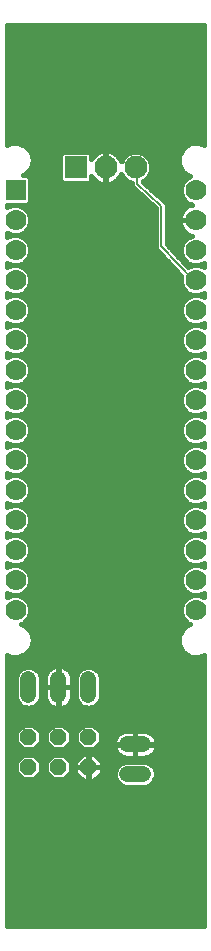
<source format=gbl>
G75*
%MOIN*%
%OFA0B0*%
%FSLAX25Y25*%
%IPPOS*%
%LPD*%
%AMOC8*
5,1,8,0,0,1.08239X$1,22.5*
%
%ADD10R,0.07000X0.07000*%
%ADD11C,0.07000*%
%ADD12R,0.07600X0.07600*%
%ADD13C,0.07600*%
%ADD14C,0.05400*%
%ADD15OC8,0.05400*%
%ADD16C,0.00800*%
%ADD17C,0.01600*%
%ADD18R,0.03762X0.03762*%
D10*
X0006800Y0249398D03*
D11*
X0006800Y0239398D03*
X0006800Y0229398D03*
X0006800Y0219398D03*
X0006800Y0209398D03*
X0006800Y0199398D03*
X0006800Y0189398D03*
X0006800Y0179398D03*
X0006800Y0169398D03*
X0006800Y0159398D03*
X0006800Y0149398D03*
X0006800Y0139398D03*
X0006800Y0129398D03*
X0006800Y0119398D03*
X0006800Y0109398D03*
X0066800Y0109398D03*
X0066800Y0119398D03*
X0066800Y0129398D03*
X0066800Y0139398D03*
X0066800Y0149398D03*
X0066800Y0159398D03*
X0066800Y0169398D03*
X0066800Y0179398D03*
X0066800Y0189398D03*
X0066800Y0199398D03*
X0066800Y0209398D03*
X0066800Y0219398D03*
X0066800Y0229398D03*
X0066800Y0239398D03*
X0066800Y0249398D03*
D12*
X0026839Y0256918D03*
D13*
X0036839Y0256918D03*
X0046839Y0256918D03*
D14*
X0031091Y0086390D02*
X0031091Y0080990D01*
X0021091Y0080990D02*
X0021091Y0086390D01*
X0011091Y0086390D02*
X0011091Y0080990D01*
X0043982Y0064674D02*
X0049382Y0064674D01*
X0049382Y0054674D02*
X0043982Y0054674D01*
D15*
X0031091Y0057036D03*
X0031091Y0067036D03*
X0021091Y0067036D03*
X0021091Y0057036D03*
X0011091Y0057036D03*
X0011091Y0067036D03*
D16*
X0066600Y0218600D02*
X0055387Y0230600D01*
X0055387Y0244200D01*
X0047400Y0251400D01*
X0047400Y0256200D01*
X0046839Y0256918D01*
X0066800Y0219398D02*
X0066600Y0218600D01*
D17*
X0004100Y0094419D02*
X0004100Y0004100D01*
X0069500Y0004100D01*
X0069500Y0094400D01*
X0067499Y0093641D01*
X0067499Y0093641D01*
X0065788Y0093848D01*
X0065696Y0093848D01*
X0065658Y0093864D01*
X0064743Y0093975D01*
X0064743Y0093975D01*
X0063773Y0094645D01*
X0063656Y0094693D01*
X0063552Y0094798D01*
X0062459Y0095552D01*
X0062459Y0095552D01*
X0062459Y0095552D01*
X0061169Y0098010D01*
X0061169Y0100786D01*
X0062459Y0103245D01*
X0062459Y0103245D01*
X0063552Y0103999D01*
X0063656Y0104103D01*
X0063773Y0104152D01*
X0064743Y0104822D01*
X0064743Y0104822D01*
X0064977Y0104850D01*
X0064024Y0105244D01*
X0062646Y0106623D01*
X0061900Y0108424D01*
X0061900Y0110373D01*
X0062646Y0112174D01*
X0064024Y0113552D01*
X0065825Y0114298D01*
X0067775Y0114298D01*
X0069500Y0113584D01*
X0069500Y0115213D01*
X0067775Y0114498D01*
X0065825Y0114498D01*
X0064024Y0115244D01*
X0062646Y0116623D01*
X0061900Y0118424D01*
X0061900Y0120373D01*
X0062646Y0122174D01*
X0064024Y0123552D01*
X0065825Y0124298D01*
X0067775Y0124298D01*
X0069500Y0123584D01*
X0069500Y0125213D01*
X0067775Y0124498D01*
X0065825Y0124498D01*
X0064024Y0125244D01*
X0062646Y0126623D01*
X0061900Y0128424D01*
X0061900Y0130373D01*
X0062646Y0132174D01*
X0064024Y0133552D01*
X0065825Y0134298D01*
X0067775Y0134298D01*
X0069500Y0133584D01*
X0069500Y0135213D01*
X0067775Y0134498D01*
X0065825Y0134498D01*
X0064024Y0135244D01*
X0062646Y0136623D01*
X0061900Y0138424D01*
X0061900Y0140373D01*
X0062646Y0142174D01*
X0064024Y0143552D01*
X0065825Y0144298D01*
X0067775Y0144298D01*
X0069500Y0143584D01*
X0069500Y0145213D01*
X0067775Y0144498D01*
X0065825Y0144498D01*
X0064024Y0145244D01*
X0062646Y0146623D01*
X0061900Y0148424D01*
X0061900Y0150373D01*
X0062646Y0152174D01*
X0064024Y0153552D01*
X0065825Y0154298D01*
X0067775Y0154298D01*
X0069500Y0153584D01*
X0069500Y0155213D01*
X0067775Y0154498D01*
X0065825Y0154498D01*
X0064024Y0155244D01*
X0062646Y0156623D01*
X0061900Y0158424D01*
X0061900Y0160373D01*
X0062646Y0162174D01*
X0064024Y0163552D01*
X0065825Y0164298D01*
X0067775Y0164298D01*
X0069500Y0163584D01*
X0069500Y0165213D01*
X0067775Y0164498D01*
X0065825Y0164498D01*
X0064024Y0165244D01*
X0062646Y0166623D01*
X0061900Y0168424D01*
X0061900Y0170373D01*
X0062646Y0172174D01*
X0064024Y0173552D01*
X0065825Y0174298D01*
X0067775Y0174298D01*
X0069500Y0173584D01*
X0069500Y0175213D01*
X0067775Y0174498D01*
X0065825Y0174498D01*
X0064024Y0175244D01*
X0062646Y0176623D01*
X0061900Y0178424D01*
X0061900Y0180373D01*
X0062646Y0182174D01*
X0064024Y0183552D01*
X0065825Y0184298D01*
X0067775Y0184298D01*
X0069500Y0183584D01*
X0069500Y0185213D01*
X0067775Y0184498D01*
X0065825Y0184498D01*
X0064024Y0185244D01*
X0062646Y0186623D01*
X0061900Y0188424D01*
X0061900Y0190373D01*
X0062646Y0192174D01*
X0064024Y0193552D01*
X0065825Y0194298D01*
X0067775Y0194298D01*
X0069500Y0193584D01*
X0069500Y0195213D01*
X0067775Y0194498D01*
X0065825Y0194498D01*
X0064024Y0195244D01*
X0062646Y0196623D01*
X0061900Y0198424D01*
X0061900Y0200373D01*
X0062646Y0202174D01*
X0064024Y0203552D01*
X0065825Y0204298D01*
X0067775Y0204298D01*
X0069500Y0203584D01*
X0069500Y0205213D01*
X0067775Y0204498D01*
X0065825Y0204498D01*
X0064024Y0205244D01*
X0062646Y0206623D01*
X0061900Y0208424D01*
X0061900Y0210373D01*
X0062646Y0212174D01*
X0064024Y0213552D01*
X0065825Y0214298D01*
X0067775Y0214298D01*
X0069500Y0213584D01*
X0069500Y0215213D01*
X0067775Y0214498D01*
X0065825Y0214498D01*
X0064024Y0215244D01*
X0062646Y0216623D01*
X0061900Y0218424D01*
X0061900Y0220373D01*
X0062078Y0220803D01*
X0054093Y0229349D01*
X0053587Y0229854D01*
X0053587Y0229890D01*
X0053563Y0229916D01*
X0053587Y0230630D01*
X0053587Y0243399D01*
X0046708Y0249600D01*
X0046654Y0249600D01*
X0046160Y0250094D01*
X0045641Y0250562D01*
X0045638Y0250616D01*
X0045600Y0250654D01*
X0045600Y0251353D01*
X0045576Y0251813D01*
X0043894Y0252510D01*
X0042431Y0253973D01*
X0042061Y0254866D01*
X0042029Y0254768D01*
X0041629Y0253983D01*
X0041111Y0253270D01*
X0040488Y0252647D01*
X0039774Y0252129D01*
X0038989Y0251728D01*
X0038151Y0251456D01*
X0037280Y0251318D01*
X0037039Y0251318D01*
X0037039Y0256718D01*
X0036639Y0256718D01*
X0036639Y0251318D01*
X0036399Y0251318D01*
X0035528Y0251456D01*
X0034690Y0251728D01*
X0033904Y0252129D01*
X0033191Y0252647D01*
X0032568Y0253270D01*
X0032050Y0253983D01*
X0032039Y0254004D01*
X0032039Y0252538D01*
X0031219Y0251718D01*
X0022459Y0251718D01*
X0021639Y0252538D01*
X0021639Y0261298D01*
X0022459Y0262118D01*
X0031219Y0262118D01*
X0032039Y0261298D01*
X0032039Y0259833D01*
X0032050Y0259853D01*
X0032568Y0260566D01*
X0033191Y0261190D01*
X0033904Y0261708D01*
X0034690Y0262108D01*
X0035528Y0262380D01*
X0036399Y0262518D01*
X0036639Y0262518D01*
X0036639Y0257118D01*
X0037039Y0257118D01*
X0037039Y0262518D01*
X0037280Y0262518D01*
X0038151Y0262380D01*
X0038989Y0262108D01*
X0039774Y0261708D01*
X0040488Y0261190D01*
X0041111Y0260566D01*
X0041629Y0259853D01*
X0042029Y0259068D01*
X0042061Y0258970D01*
X0042431Y0259864D01*
X0043894Y0261326D01*
X0045805Y0262118D01*
X0047874Y0262118D01*
X0049785Y0261326D01*
X0051248Y0259864D01*
X0052039Y0257952D01*
X0052039Y0255884D01*
X0051248Y0253973D01*
X0049785Y0252510D01*
X0049200Y0252267D01*
X0049200Y0252201D01*
X0056079Y0246000D01*
X0056133Y0246000D01*
X0056627Y0245506D01*
X0057146Y0245038D01*
X0057149Y0244984D01*
X0057187Y0244946D01*
X0057187Y0244247D01*
X0057224Y0243549D01*
X0057187Y0243508D01*
X0057187Y0231310D01*
X0064321Y0223675D01*
X0065825Y0224298D01*
X0067775Y0224298D01*
X0069500Y0223584D01*
X0069500Y0225213D01*
X0067775Y0224498D01*
X0065825Y0224498D01*
X0064024Y0225244D01*
X0062646Y0226623D01*
X0061900Y0228424D01*
X0061900Y0230373D01*
X0062646Y0232174D01*
X0064024Y0233552D01*
X0065630Y0234218D01*
X0065559Y0234229D01*
X0064766Y0234487D01*
X0064022Y0234865D01*
X0063347Y0235356D01*
X0062757Y0235946D01*
X0062267Y0236621D01*
X0061888Y0237364D01*
X0061630Y0238157D01*
X0061500Y0238981D01*
X0061500Y0239298D01*
X0066700Y0239298D01*
X0066700Y0239498D01*
X0061500Y0239498D01*
X0061500Y0239816D01*
X0061630Y0240640D01*
X0061888Y0241433D01*
X0062267Y0242176D01*
X0062757Y0242851D01*
X0063347Y0243441D01*
X0064022Y0243931D01*
X0064766Y0244310D01*
X0065559Y0244568D01*
X0065630Y0244579D01*
X0064024Y0245244D01*
X0062646Y0246623D01*
X0061900Y0248424D01*
X0061900Y0250373D01*
X0062646Y0252174D01*
X0064024Y0253552D01*
X0064977Y0253947D01*
X0064743Y0253975D01*
X0064743Y0253975D01*
X0063773Y0254645D01*
X0063656Y0254693D01*
X0063552Y0254798D01*
X0062459Y0255552D01*
X0062459Y0255552D01*
X0062459Y0255552D01*
X0061169Y0258010D01*
X0061169Y0260786D01*
X0062459Y0263245D01*
X0062459Y0263245D01*
X0063552Y0263999D01*
X0063656Y0264103D01*
X0063773Y0264152D01*
X0064743Y0264822D01*
X0064743Y0264822D01*
X0065658Y0264933D01*
X0065696Y0264948D01*
X0065788Y0264948D01*
X0067499Y0265156D01*
X0067499Y0265156D01*
X0069500Y0264397D01*
X0069500Y0304535D01*
X0004100Y0304535D01*
X0004100Y0264377D01*
X0004743Y0264822D01*
X0005658Y0264933D01*
X0005696Y0264948D01*
X0005788Y0264948D01*
X0007499Y0265156D01*
X0007499Y0265156D01*
X0010095Y0264172D01*
X0010095Y0264172D01*
X0011936Y0262094D01*
X0011936Y0262094D01*
X0012295Y0260634D01*
X0012350Y0260502D01*
X0012350Y0260413D01*
X0012600Y0259398D01*
X0012600Y0259398D01*
X0012350Y0258384D01*
X0012350Y0258294D01*
X0012295Y0258163D01*
X0011936Y0256703D01*
X0011936Y0256703D01*
X0010095Y0254625D01*
X0010095Y0254625D01*
X0009233Y0254298D01*
X0010880Y0254298D01*
X0011700Y0253478D01*
X0011700Y0245319D01*
X0010880Y0244498D01*
X0004100Y0244498D01*
X0004100Y0243584D01*
X0005825Y0244298D01*
X0007775Y0244298D01*
X0009576Y0243552D01*
X0010954Y0242174D01*
X0011700Y0240373D01*
X0011700Y0238424D01*
X0010954Y0236623D01*
X0009576Y0235244D01*
X0007775Y0234498D01*
X0005825Y0234498D01*
X0004100Y0235213D01*
X0004100Y0233584D01*
X0004101Y0233584D01*
X0004100Y0233584D02*
X0005825Y0234298D01*
X0007775Y0234298D01*
X0009576Y0233552D01*
X0010954Y0232174D01*
X0011700Y0230373D01*
X0011700Y0228424D01*
X0010954Y0226623D01*
X0009576Y0225244D01*
X0007775Y0224498D01*
X0005825Y0224498D01*
X0004100Y0225213D01*
X0004100Y0223584D01*
X0005825Y0224298D01*
X0007775Y0224298D01*
X0009576Y0223552D01*
X0010954Y0222174D01*
X0011700Y0220373D01*
X0011700Y0218424D01*
X0010954Y0216623D01*
X0009576Y0215244D01*
X0007775Y0214498D01*
X0005825Y0214498D01*
X0004100Y0215213D01*
X0004100Y0213584D01*
X0005825Y0214298D01*
X0007775Y0214298D01*
X0009576Y0213552D01*
X0010954Y0212174D01*
X0011700Y0210373D01*
X0011700Y0208424D01*
X0010954Y0206623D01*
X0009576Y0205244D01*
X0007775Y0204498D01*
X0005825Y0204498D01*
X0004100Y0205213D01*
X0004100Y0203584D01*
X0005825Y0204298D01*
X0007775Y0204298D01*
X0009576Y0203552D01*
X0010954Y0202174D01*
X0011700Y0200373D01*
X0011700Y0198424D01*
X0010954Y0196623D01*
X0009576Y0195244D01*
X0007775Y0194498D01*
X0005825Y0194498D01*
X0004100Y0195213D01*
X0004100Y0193584D01*
X0005825Y0194298D01*
X0007775Y0194298D01*
X0009576Y0193552D01*
X0010954Y0192174D01*
X0011700Y0190373D01*
X0011700Y0188424D01*
X0010954Y0186623D01*
X0009576Y0185244D01*
X0007775Y0184498D01*
X0005825Y0184498D01*
X0004100Y0185213D01*
X0004100Y0183584D01*
X0005825Y0184298D01*
X0007775Y0184298D01*
X0009576Y0183552D01*
X0010954Y0182174D01*
X0011700Y0180373D01*
X0011700Y0178424D01*
X0010954Y0176623D01*
X0009576Y0175244D01*
X0007775Y0174498D01*
X0005825Y0174498D01*
X0004100Y0175213D01*
X0004100Y0173584D01*
X0005825Y0174298D01*
X0007775Y0174298D01*
X0009576Y0173552D01*
X0010954Y0172174D01*
X0011700Y0170373D01*
X0011700Y0168424D01*
X0010954Y0166623D01*
X0009576Y0165244D01*
X0007775Y0164498D01*
X0005825Y0164498D01*
X0004100Y0165213D01*
X0004100Y0163584D01*
X0005825Y0164298D01*
X0007775Y0164298D01*
X0009576Y0163552D01*
X0010954Y0162174D01*
X0011700Y0160373D01*
X0011700Y0158424D01*
X0010954Y0156623D01*
X0009576Y0155244D01*
X0007775Y0154498D01*
X0005825Y0154498D01*
X0004100Y0155213D01*
X0004100Y0153584D01*
X0005825Y0154298D01*
X0007775Y0154298D01*
X0009576Y0153552D01*
X0010954Y0152174D01*
X0011700Y0150373D01*
X0011700Y0148424D01*
X0010954Y0146623D01*
X0009576Y0145244D01*
X0007775Y0144498D01*
X0005825Y0144498D01*
X0004100Y0145213D01*
X0004100Y0143584D01*
X0005825Y0144298D01*
X0007775Y0144298D01*
X0009576Y0143552D01*
X0010954Y0142174D01*
X0011700Y0140373D01*
X0011700Y0138424D01*
X0010954Y0136623D01*
X0009576Y0135244D01*
X0007775Y0134498D01*
X0005825Y0134498D01*
X0004100Y0135213D01*
X0004100Y0133584D01*
X0005825Y0134298D01*
X0007775Y0134298D01*
X0009576Y0133552D01*
X0010954Y0132174D01*
X0011700Y0130373D01*
X0011700Y0128424D01*
X0010954Y0126623D01*
X0009576Y0125244D01*
X0007775Y0124498D01*
X0005825Y0124498D01*
X0004100Y0125213D01*
X0004100Y0123584D01*
X0005825Y0124298D01*
X0007775Y0124298D01*
X0009576Y0123552D01*
X0010954Y0122174D01*
X0011700Y0120373D01*
X0011700Y0118424D01*
X0010954Y0116623D01*
X0009576Y0115244D01*
X0007775Y0114498D01*
X0005825Y0114498D01*
X0004100Y0115213D01*
X0004100Y0113584D01*
X0005825Y0114298D01*
X0007775Y0114298D01*
X0009576Y0113552D01*
X0010954Y0112174D01*
X0011700Y0110373D01*
X0011700Y0108424D01*
X0010954Y0106623D01*
X0009576Y0105244D01*
X0008472Y0104787D01*
X0010095Y0104172D01*
X0010095Y0104172D01*
X0011936Y0102094D01*
X0011936Y0102094D01*
X0012295Y0100634D01*
X0012350Y0100502D01*
X0012350Y0100413D01*
X0012600Y0099398D01*
X0012350Y0098384D01*
X0012350Y0098294D01*
X0012295Y0098163D01*
X0011936Y0096703D01*
X0011936Y0096703D01*
X0010095Y0094625D01*
X0010095Y0094625D01*
X0007499Y0093641D01*
X0007499Y0093641D01*
X0005788Y0093848D01*
X0005696Y0093848D01*
X0005658Y0093864D01*
X0004743Y0093975D01*
X0004743Y0093975D01*
X0004100Y0094419D01*
X0004100Y0092915D02*
X0069500Y0092915D01*
X0069500Y0091317D02*
X0004100Y0091317D01*
X0004100Y0089718D02*
X0008621Y0089718D01*
X0008769Y0089866D02*
X0007616Y0088712D01*
X0006991Y0087205D01*
X0006991Y0080174D01*
X0007616Y0078667D01*
X0008769Y0077514D01*
X0010276Y0076890D01*
X0011907Y0076890D01*
X0013414Y0077514D01*
X0014567Y0078667D01*
X0015191Y0080174D01*
X0015191Y0087205D01*
X0014567Y0088712D01*
X0013414Y0089866D01*
X0011907Y0090490D01*
X0010276Y0090490D01*
X0008769Y0089866D01*
X0009801Y0094514D02*
X0063963Y0094514D01*
X0062165Y0096112D02*
X0011412Y0096112D01*
X0012184Y0097711D02*
X0061326Y0097711D01*
X0061169Y0099309D02*
X0012578Y0099309D01*
X0012228Y0100908D02*
X0061232Y0100908D01*
X0062071Y0102506D02*
X0011570Y0102506D01*
X0011235Y0107302D02*
X0062365Y0107302D01*
X0061900Y0108900D02*
X0011700Y0108900D01*
X0011648Y0110499D02*
X0061952Y0110499D01*
X0062614Y0112097D02*
X0010986Y0112097D01*
X0011066Y0116893D02*
X0062534Y0116893D01*
X0061900Y0118491D02*
X0011700Y0118491D01*
X0011700Y0120090D02*
X0061900Y0120090D01*
X0062445Y0121688D02*
X0011155Y0121688D01*
X0009841Y0123287D02*
X0063759Y0123287D01*
X0064891Y0124885D02*
X0008709Y0124885D01*
X0010815Y0126484D02*
X0062785Y0126484D01*
X0062041Y0128082D02*
X0011559Y0128082D01*
X0011700Y0129681D02*
X0061900Y0129681D01*
X0062275Y0131279D02*
X0011325Y0131279D01*
X0010250Y0132878D02*
X0063350Y0132878D01*
X0063194Y0136075D02*
X0010406Y0136075D01*
X0011389Y0137673D02*
X0062211Y0137673D01*
X0061900Y0139272D02*
X0011700Y0139272D01*
X0011494Y0140870D02*
X0062106Y0140870D01*
X0062941Y0142469D02*
X0010659Y0142469D01*
X0009997Y0145666D02*
X0063603Y0145666D01*
X0062380Y0147265D02*
X0011220Y0147265D01*
X0011700Y0148863D02*
X0061900Y0148863D01*
X0061937Y0150462D02*
X0011663Y0150462D01*
X0011001Y0152060D02*
X0062599Y0152060D01*
X0062550Y0156856D02*
X0011050Y0156856D01*
X0011700Y0158454D02*
X0061900Y0158454D01*
X0061900Y0160053D02*
X0011700Y0160053D01*
X0011171Y0161651D02*
X0062429Y0161651D01*
X0062822Y0166447D02*
X0010778Y0166447D01*
X0011543Y0168045D02*
X0062057Y0168045D01*
X0061900Y0169644D02*
X0011700Y0169644D01*
X0011340Y0171242D02*
X0062260Y0171242D01*
X0063313Y0172841D02*
X0010287Y0172841D01*
X0010369Y0176038D02*
X0063231Y0176038D01*
X0062226Y0177636D02*
X0011374Y0177636D01*
X0011700Y0179235D02*
X0061900Y0179235D01*
X0062091Y0180833D02*
X0011509Y0180833D01*
X0010696Y0182432D02*
X0062904Y0182432D01*
X0063640Y0185629D02*
X0009960Y0185629D01*
X0011204Y0187227D02*
X0062396Y0187227D01*
X0061900Y0188826D02*
X0011700Y0188826D01*
X0011679Y0190424D02*
X0061921Y0190424D01*
X0062583Y0192023D02*
X0011017Y0192023D01*
X0011035Y0196818D02*
X0062565Y0196818D01*
X0061903Y0198417D02*
X0011697Y0198417D01*
X0011700Y0200015D02*
X0061900Y0200015D01*
X0062414Y0201614D02*
X0011186Y0201614D01*
X0010741Y0206409D02*
X0062859Y0206409D01*
X0063684Y0203212D02*
X0009916Y0203212D01*
X0008529Y0204811D02*
X0065071Y0204811D01*
X0063275Y0212803D02*
X0010325Y0212803D01*
X0011355Y0211205D02*
X0062245Y0211205D01*
X0061900Y0209606D02*
X0011700Y0209606D01*
X0011528Y0208008D02*
X0062072Y0208008D01*
X0063268Y0216001D02*
X0010332Y0216001D01*
X0011358Y0217599D02*
X0062242Y0217599D01*
X0061900Y0219198D02*
X0011700Y0219198D01*
X0011525Y0220796D02*
X0062075Y0220796D01*
X0060591Y0222395D02*
X0010733Y0222395D01*
X0009923Y0225592D02*
X0057604Y0225592D01*
X0058050Y0230387D02*
X0061906Y0230387D01*
X0061900Y0228789D02*
X0059543Y0228789D01*
X0061037Y0227190D02*
X0062411Y0227190D01*
X0062531Y0225592D02*
X0063677Y0225592D01*
X0064024Y0223993D02*
X0065088Y0223993D01*
X0064101Y0233584D02*
X0057187Y0233584D01*
X0057187Y0231986D02*
X0062568Y0231986D01*
X0062185Y0236781D02*
X0057187Y0236781D01*
X0057187Y0235183D02*
X0063586Y0235183D01*
X0063081Y0243175D02*
X0057187Y0243175D01*
X0057187Y0241577D02*
X0061962Y0241577D01*
X0061526Y0239978D02*
X0057187Y0239978D01*
X0057187Y0238380D02*
X0061595Y0238380D01*
X0062897Y0246372D02*
X0055666Y0246372D01*
X0057187Y0244774D02*
X0065161Y0244774D01*
X0063238Y0252766D02*
X0050041Y0252766D01*
X0050346Y0251168D02*
X0062229Y0251168D01*
X0061900Y0249569D02*
X0052119Y0249569D01*
X0052063Y0244774D02*
X0011155Y0244774D01*
X0011700Y0246372D02*
X0050289Y0246372D01*
X0048516Y0247971D02*
X0011700Y0247971D01*
X0011700Y0249569D02*
X0046743Y0249569D01*
X0045600Y0251168D02*
X0011700Y0251168D01*
X0011700Y0252766D02*
X0021639Y0252766D01*
X0021639Y0254365D02*
X0009408Y0254365D01*
X0011280Y0255963D02*
X0021639Y0255963D01*
X0021639Y0257562D02*
X0012147Y0257562D01*
X0012541Y0259160D02*
X0021639Y0259160D01*
X0021639Y0260759D02*
X0012265Y0260759D01*
X0011702Y0262357D02*
X0035458Y0262357D01*
X0036639Y0262357D02*
X0037039Y0262357D01*
X0037039Y0260759D02*
X0036639Y0260759D01*
X0036639Y0259160D02*
X0037039Y0259160D01*
X0037039Y0257562D02*
X0036639Y0257562D01*
X0036639Y0255963D02*
X0037039Y0255963D01*
X0037039Y0254365D02*
X0036639Y0254365D01*
X0036639Y0252766D02*
X0037039Y0252766D01*
X0038221Y0262357D02*
X0061993Y0262357D01*
X0062459Y0263245D02*
X0062459Y0263245D01*
X0063489Y0263956D02*
X0010286Y0263956D01*
X0009953Y0243175D02*
X0053587Y0243175D01*
X0053587Y0241577D02*
X0011201Y0241577D01*
X0011700Y0239978D02*
X0053587Y0239978D01*
X0053587Y0238380D02*
X0011682Y0238380D01*
X0011020Y0236781D02*
X0053587Y0236781D01*
X0053587Y0235183D02*
X0009427Y0235183D01*
X0009499Y0233584D02*
X0053587Y0233584D01*
X0053587Y0231986D02*
X0011032Y0231986D01*
X0011694Y0230387D02*
X0053579Y0230387D01*
X0054616Y0228789D02*
X0011700Y0228789D01*
X0011189Y0227190D02*
X0056110Y0227190D01*
X0059097Y0223993D02*
X0008512Y0223993D01*
X0005088Y0223993D02*
X0004100Y0223993D01*
X0004100Y0214402D02*
X0069500Y0214402D01*
X0069500Y0204811D02*
X0068529Y0204811D01*
X0069409Y0193621D02*
X0069500Y0193621D01*
X0069500Y0184030D02*
X0068422Y0184030D01*
X0069500Y0174439D02*
X0004100Y0174439D01*
X0004100Y0164848D02*
X0004981Y0164848D01*
X0004281Y0153659D02*
X0004100Y0153659D01*
X0004100Y0144068D02*
X0005268Y0144068D01*
X0004100Y0134476D02*
X0069500Y0134476D01*
X0069500Y0124885D02*
X0068709Y0124885D01*
X0069230Y0113696D02*
X0069500Y0113696D01*
X0064370Y0113696D02*
X0009230Y0113696D01*
X0009626Y0115294D02*
X0063974Y0115294D01*
X0063566Y0105703D02*
X0010034Y0105703D01*
X0010154Y0104105D02*
X0063659Y0104105D01*
X0062459Y0103245D02*
X0062459Y0103245D01*
X0069500Y0089718D02*
X0033561Y0089718D01*
X0033414Y0089866D02*
X0031907Y0090490D01*
X0030276Y0090490D01*
X0028769Y0089866D01*
X0027616Y0088712D01*
X0026991Y0087205D01*
X0026991Y0080174D01*
X0027616Y0078667D01*
X0028769Y0077514D01*
X0030276Y0076890D01*
X0031907Y0076890D01*
X0033414Y0077514D01*
X0034567Y0078667D01*
X0035191Y0080174D01*
X0035191Y0087205D01*
X0034567Y0088712D01*
X0033414Y0089866D01*
X0034813Y0088120D02*
X0069500Y0088120D01*
X0069500Y0086521D02*
X0035191Y0086521D01*
X0035191Y0084923D02*
X0069500Y0084923D01*
X0069500Y0083324D02*
X0035191Y0083324D01*
X0035191Y0081726D02*
X0069500Y0081726D01*
X0069500Y0080127D02*
X0035172Y0080127D01*
X0034428Y0078529D02*
X0069500Y0078529D01*
X0069500Y0076930D02*
X0032004Y0076930D01*
X0032790Y0071136D02*
X0029393Y0071136D01*
X0026991Y0068734D01*
X0026991Y0065338D01*
X0029393Y0062936D01*
X0032790Y0062936D01*
X0035191Y0065338D01*
X0035191Y0068734D01*
X0032790Y0071136D01*
X0033390Y0070536D02*
X0069500Y0070536D01*
X0069500Y0072134D02*
X0004100Y0072134D01*
X0004100Y0070536D02*
X0008793Y0070536D01*
X0009393Y0071136D02*
X0006991Y0068734D01*
X0006991Y0065338D01*
X0009393Y0062936D01*
X0012790Y0062936D01*
X0015191Y0065338D01*
X0015191Y0068734D01*
X0012790Y0071136D01*
X0009393Y0071136D01*
X0010179Y0076930D02*
X0004100Y0076930D01*
X0004100Y0075332D02*
X0069500Y0075332D01*
X0069500Y0073733D02*
X0004100Y0073733D01*
X0004100Y0068937D02*
X0007194Y0068937D01*
X0006991Y0067339D02*
X0004100Y0067339D01*
X0004100Y0065740D02*
X0006991Y0065740D01*
X0008187Y0064142D02*
X0004100Y0064142D01*
X0004100Y0062543D02*
X0040017Y0062543D01*
X0040133Y0062316D02*
X0040549Y0061742D01*
X0041050Y0061242D01*
X0041623Y0060825D01*
X0042254Y0060504D01*
X0042928Y0060285D01*
X0043628Y0060174D01*
X0046582Y0060174D01*
X0046582Y0064574D01*
X0046782Y0064574D01*
X0046782Y0064774D01*
X0053882Y0064774D01*
X0053882Y0065028D01*
X0053771Y0065728D01*
X0053552Y0066401D01*
X0053231Y0067033D01*
X0052814Y0067606D01*
X0052313Y0068106D01*
X0051740Y0068523D01*
X0051109Y0068844D01*
X0050436Y0069063D01*
X0049736Y0069174D01*
X0046782Y0069174D01*
X0046782Y0064774D01*
X0046582Y0064774D01*
X0046582Y0069174D01*
X0043628Y0069174D01*
X0042928Y0069063D01*
X0042254Y0068844D01*
X0041623Y0068523D01*
X0041050Y0068106D01*
X0040549Y0067606D01*
X0040133Y0067033D01*
X0039812Y0066401D01*
X0039593Y0065728D01*
X0039482Y0065028D01*
X0039482Y0064774D01*
X0046582Y0064774D01*
X0046582Y0064574D01*
X0039482Y0064574D01*
X0039482Y0064320D01*
X0039593Y0063620D01*
X0039812Y0062947D01*
X0040133Y0062316D01*
X0039510Y0064142D02*
X0033995Y0064142D01*
X0032955Y0061536D02*
X0031191Y0061536D01*
X0031191Y0057136D01*
X0030991Y0057136D01*
X0030991Y0056936D01*
X0026591Y0056936D01*
X0026591Y0055172D01*
X0029227Y0052536D01*
X0030991Y0052536D01*
X0030991Y0056936D01*
X0031191Y0056936D01*
X0031191Y0052536D01*
X0032955Y0052536D01*
X0035591Y0055172D01*
X0035591Y0056936D01*
X0031191Y0056936D01*
X0031191Y0057136D01*
X0035591Y0057136D01*
X0035591Y0058900D01*
X0032955Y0061536D01*
X0033547Y0060945D02*
X0041459Y0060945D01*
X0043166Y0058774D02*
X0041659Y0058150D01*
X0040506Y0056996D01*
X0039882Y0055490D01*
X0039882Y0053858D01*
X0040506Y0052352D01*
X0041659Y0051198D01*
X0043166Y0050574D01*
X0050197Y0050574D01*
X0051704Y0051198D01*
X0052858Y0052352D01*
X0053482Y0053858D01*
X0053482Y0055490D01*
X0052858Y0056996D01*
X0051704Y0058150D01*
X0050197Y0058774D01*
X0043166Y0058774D01*
X0041258Y0057748D02*
X0035591Y0057748D01*
X0035591Y0056149D02*
X0040155Y0056149D01*
X0039882Y0054551D02*
X0034970Y0054551D01*
X0033371Y0052952D02*
X0040257Y0052952D01*
X0041504Y0051354D02*
X0004100Y0051354D01*
X0004100Y0052952D02*
X0009377Y0052952D01*
X0009393Y0052936D02*
X0012790Y0052936D01*
X0015191Y0055338D01*
X0015191Y0058734D01*
X0012790Y0061136D01*
X0009393Y0061136D01*
X0006991Y0058734D01*
X0006991Y0055338D01*
X0009393Y0052936D01*
X0007778Y0054551D02*
X0004100Y0054551D01*
X0004100Y0056149D02*
X0006991Y0056149D01*
X0006991Y0057748D02*
X0004100Y0057748D01*
X0004100Y0059346D02*
X0007603Y0059346D01*
X0009202Y0060945D02*
X0004100Y0060945D01*
X0004100Y0049755D02*
X0069500Y0049755D01*
X0069500Y0048157D02*
X0004100Y0048157D01*
X0004100Y0046558D02*
X0069500Y0046558D01*
X0069500Y0044960D02*
X0004100Y0044960D01*
X0004100Y0043361D02*
X0069500Y0043361D01*
X0069500Y0041763D02*
X0004100Y0041763D01*
X0004100Y0040164D02*
X0069500Y0040164D01*
X0069500Y0038566D02*
X0004100Y0038566D01*
X0004100Y0036967D02*
X0069500Y0036967D01*
X0069500Y0035369D02*
X0004100Y0035369D01*
X0004100Y0033770D02*
X0069500Y0033770D01*
X0069500Y0032172D02*
X0004100Y0032172D01*
X0004100Y0030573D02*
X0069500Y0030573D01*
X0069500Y0028975D02*
X0004100Y0028975D01*
X0004100Y0027376D02*
X0069500Y0027376D01*
X0069500Y0025778D02*
X0004100Y0025778D01*
X0004100Y0024179D02*
X0069500Y0024179D01*
X0069500Y0022581D02*
X0004100Y0022581D01*
X0004100Y0020982D02*
X0069500Y0020982D01*
X0069500Y0019384D02*
X0004100Y0019384D01*
X0004100Y0017785D02*
X0069500Y0017785D01*
X0069500Y0016187D02*
X0004100Y0016187D01*
X0004100Y0014588D02*
X0069500Y0014588D01*
X0069500Y0012990D02*
X0004100Y0012990D01*
X0004100Y0011391D02*
X0069500Y0011391D01*
X0069500Y0009793D02*
X0004100Y0009793D01*
X0004100Y0008194D02*
X0069500Y0008194D01*
X0069500Y0006596D02*
X0004100Y0006596D01*
X0004100Y0004997D02*
X0069500Y0004997D01*
X0069500Y0051354D02*
X0051860Y0051354D01*
X0053107Y0052952D02*
X0069500Y0052952D01*
X0069500Y0054551D02*
X0053482Y0054551D01*
X0053209Y0056149D02*
X0069500Y0056149D01*
X0069500Y0057748D02*
X0052106Y0057748D01*
X0051109Y0060504D02*
X0051740Y0060825D01*
X0052313Y0061242D01*
X0052814Y0061742D01*
X0053231Y0062316D01*
X0053552Y0062947D01*
X0053771Y0063620D01*
X0053882Y0064320D01*
X0053882Y0064574D01*
X0046782Y0064574D01*
X0046782Y0060174D01*
X0049736Y0060174D01*
X0050436Y0060285D01*
X0051109Y0060504D01*
X0051905Y0060945D02*
X0069500Y0060945D01*
X0069500Y0062543D02*
X0053347Y0062543D01*
X0053854Y0064142D02*
X0069500Y0064142D01*
X0069500Y0065740D02*
X0053767Y0065740D01*
X0053008Y0067339D02*
X0069500Y0067339D01*
X0069500Y0068937D02*
X0050823Y0068937D01*
X0046782Y0068937D02*
X0046582Y0068937D01*
X0046582Y0067339D02*
X0046782Y0067339D01*
X0046782Y0065740D02*
X0046582Y0065740D01*
X0046582Y0064142D02*
X0046782Y0064142D01*
X0046782Y0062543D02*
X0046582Y0062543D01*
X0046582Y0060945D02*
X0046782Y0060945D01*
X0042541Y0068937D02*
X0034988Y0068937D01*
X0035191Y0067339D02*
X0040356Y0067339D01*
X0039597Y0065740D02*
X0035191Y0065740D01*
X0035145Y0059346D02*
X0069500Y0059346D01*
X0069500Y0144068D02*
X0068332Y0144068D01*
X0069319Y0153659D02*
X0069500Y0153659D01*
X0069500Y0164848D02*
X0068619Y0164848D01*
X0064981Y0164848D02*
X0008619Y0164848D01*
X0009878Y0163250D02*
X0063722Y0163250D01*
X0064012Y0155257D02*
X0009588Y0155257D01*
X0009319Y0153659D02*
X0064281Y0153659D01*
X0065268Y0144068D02*
X0008332Y0144068D01*
X0004891Y0124885D02*
X0004100Y0124885D01*
X0004100Y0113696D02*
X0004370Y0113696D01*
X0004100Y0088120D02*
X0007370Y0088120D01*
X0006991Y0086521D02*
X0004100Y0086521D01*
X0004100Y0084923D02*
X0006991Y0084923D01*
X0006991Y0083324D02*
X0004100Y0083324D01*
X0004100Y0081726D02*
X0006991Y0081726D01*
X0007011Y0080127D02*
X0004100Y0080127D01*
X0004100Y0078529D02*
X0007754Y0078529D01*
X0012004Y0076930D02*
X0019147Y0076930D01*
X0019364Y0076819D02*
X0020038Y0076601D01*
X0020737Y0076490D01*
X0020991Y0076490D01*
X0020991Y0083590D01*
X0016591Y0083590D01*
X0016591Y0080636D01*
X0016702Y0079936D01*
X0016921Y0079262D01*
X0017243Y0078631D01*
X0017659Y0078058D01*
X0018160Y0077557D01*
X0018733Y0077141D01*
X0019364Y0076819D01*
X0019393Y0071136D02*
X0016991Y0068734D01*
X0016991Y0065338D01*
X0019393Y0062936D01*
X0022790Y0062936D01*
X0025191Y0065338D01*
X0025191Y0068734D01*
X0022790Y0071136D01*
X0019393Y0071136D01*
X0018793Y0070536D02*
X0013390Y0070536D01*
X0014988Y0068937D02*
X0017194Y0068937D01*
X0016991Y0067339D02*
X0015191Y0067339D01*
X0015191Y0065740D02*
X0016991Y0065740D01*
X0018187Y0064142D02*
X0013995Y0064142D01*
X0014579Y0059346D02*
X0017603Y0059346D01*
X0016991Y0058734D02*
X0016991Y0055338D01*
X0019393Y0052936D01*
X0022790Y0052936D01*
X0025191Y0055338D01*
X0025191Y0058734D01*
X0022790Y0061136D01*
X0019393Y0061136D01*
X0016991Y0058734D01*
X0016991Y0057748D02*
X0015191Y0057748D01*
X0015191Y0056149D02*
X0016991Y0056149D01*
X0017778Y0054551D02*
X0014404Y0054551D01*
X0012806Y0052952D02*
X0019377Y0052952D01*
X0019202Y0060945D02*
X0012981Y0060945D01*
X0014428Y0078529D02*
X0017317Y0078529D01*
X0016672Y0080127D02*
X0015172Y0080127D01*
X0015191Y0081726D02*
X0016591Y0081726D01*
X0016591Y0083324D02*
X0015191Y0083324D01*
X0015191Y0084923D02*
X0016591Y0084923D01*
X0016591Y0083790D02*
X0020991Y0083790D01*
X0020991Y0083590D01*
X0021191Y0083590D01*
X0021191Y0076490D01*
X0021445Y0076490D01*
X0022145Y0076601D01*
X0022819Y0076819D01*
X0023450Y0077141D01*
X0024023Y0077557D01*
X0024524Y0078058D01*
X0024940Y0078631D01*
X0025262Y0079262D01*
X0025481Y0079936D01*
X0025591Y0080636D01*
X0025591Y0083590D01*
X0021191Y0083590D01*
X0021191Y0083790D01*
X0020991Y0083790D01*
X0020991Y0090890D01*
X0020737Y0090890D01*
X0020038Y0090779D01*
X0019364Y0090560D01*
X0018733Y0090238D01*
X0018160Y0089822D01*
X0017659Y0089321D01*
X0017243Y0088748D01*
X0016921Y0088117D01*
X0016702Y0087444D01*
X0016591Y0086744D01*
X0016591Y0083790D01*
X0016591Y0086521D02*
X0015191Y0086521D01*
X0014813Y0088120D02*
X0016922Y0088120D01*
X0018056Y0089718D02*
X0013561Y0089718D01*
X0020991Y0089718D02*
X0021191Y0089718D01*
X0021191Y0090890D02*
X0021191Y0083790D01*
X0025591Y0083790D01*
X0025591Y0086744D01*
X0025481Y0087444D01*
X0025262Y0088117D01*
X0024940Y0088748D01*
X0024524Y0089321D01*
X0024023Y0089822D01*
X0023450Y0090238D01*
X0022819Y0090560D01*
X0022145Y0090779D01*
X0021445Y0090890D01*
X0021191Y0090890D01*
X0021191Y0088120D02*
X0020991Y0088120D01*
X0020991Y0086521D02*
X0021191Y0086521D01*
X0021191Y0084923D02*
X0020991Y0084923D01*
X0020991Y0083324D02*
X0021191Y0083324D01*
X0021191Y0081726D02*
X0020991Y0081726D01*
X0020991Y0080127D02*
X0021191Y0080127D01*
X0021191Y0078529D02*
X0020991Y0078529D01*
X0020991Y0076930D02*
X0021191Y0076930D01*
X0023036Y0076930D02*
X0030179Y0076930D01*
X0028793Y0070536D02*
X0023390Y0070536D01*
X0024988Y0068937D02*
X0027194Y0068937D01*
X0026991Y0067339D02*
X0025191Y0067339D01*
X0025191Y0065740D02*
X0026991Y0065740D01*
X0028187Y0064142D02*
X0023995Y0064142D01*
X0022981Y0060945D02*
X0028636Y0060945D01*
X0029227Y0061536D02*
X0026591Y0058900D01*
X0026591Y0057136D01*
X0030991Y0057136D01*
X0030991Y0061536D01*
X0029227Y0061536D01*
X0030991Y0060945D02*
X0031191Y0060945D01*
X0031191Y0059346D02*
X0030991Y0059346D01*
X0030991Y0057748D02*
X0031191Y0057748D01*
X0031191Y0056149D02*
X0030991Y0056149D01*
X0030991Y0054551D02*
X0031191Y0054551D01*
X0031191Y0052952D02*
X0030991Y0052952D01*
X0028811Y0052952D02*
X0022806Y0052952D01*
X0024404Y0054551D02*
X0027213Y0054551D01*
X0026591Y0056149D02*
X0025191Y0056149D01*
X0025191Y0057748D02*
X0026591Y0057748D01*
X0027038Y0059346D02*
X0024579Y0059346D01*
X0024865Y0078529D02*
X0027754Y0078529D01*
X0027011Y0080127D02*
X0025511Y0080127D01*
X0025591Y0081726D02*
X0026991Y0081726D01*
X0026991Y0083324D02*
X0025591Y0083324D01*
X0025591Y0084923D02*
X0026991Y0084923D01*
X0026991Y0086521D02*
X0025591Y0086521D01*
X0025260Y0088120D02*
X0027370Y0088120D01*
X0028621Y0089718D02*
X0024127Y0089718D01*
X0008422Y0184030D02*
X0065178Y0184030D01*
X0064191Y0193621D02*
X0009409Y0193621D01*
X0009516Y0195220D02*
X0064084Y0195220D01*
X0068512Y0223993D02*
X0069500Y0223993D01*
X0064179Y0254365D02*
X0051410Y0254365D01*
X0052039Y0255963D02*
X0062243Y0255963D01*
X0061404Y0257562D02*
X0052039Y0257562D01*
X0051539Y0259160D02*
X0061169Y0259160D01*
X0061169Y0260759D02*
X0050353Y0260759D01*
X0053893Y0247971D02*
X0062088Y0247971D01*
X0069500Y0265554D02*
X0004100Y0265554D01*
X0004100Y0267153D02*
X0069500Y0267153D01*
X0069500Y0268751D02*
X0004100Y0268751D01*
X0004100Y0270350D02*
X0069500Y0270350D01*
X0069500Y0271948D02*
X0004100Y0271948D01*
X0004100Y0273547D02*
X0069500Y0273547D01*
X0069500Y0275145D02*
X0004100Y0275145D01*
X0004100Y0276744D02*
X0069500Y0276744D01*
X0069500Y0278342D02*
X0004100Y0278342D01*
X0004100Y0279941D02*
X0069500Y0279941D01*
X0069500Y0281539D02*
X0004100Y0281539D01*
X0004100Y0283138D02*
X0069500Y0283138D01*
X0069500Y0284737D02*
X0004100Y0284737D01*
X0004100Y0286335D02*
X0069500Y0286335D01*
X0069500Y0287934D02*
X0004100Y0287934D01*
X0004100Y0289532D02*
X0069500Y0289532D01*
X0069500Y0291131D02*
X0004100Y0291131D01*
X0004100Y0292729D02*
X0069500Y0292729D01*
X0069500Y0294328D02*
X0004100Y0294328D01*
X0004100Y0295926D02*
X0069500Y0295926D01*
X0069500Y0297525D02*
X0004100Y0297525D01*
X0004100Y0299123D02*
X0069500Y0299123D01*
X0069500Y0300722D02*
X0004100Y0300722D01*
X0004100Y0302320D02*
X0069500Y0302320D01*
X0069500Y0303919D02*
X0004100Y0303919D01*
X0004100Y0235183D02*
X0004173Y0235183D01*
X0004100Y0204811D02*
X0005071Y0204811D01*
X0004191Y0193621D02*
X0004100Y0193621D01*
X0004100Y0184030D02*
X0005178Y0184030D01*
X0032039Y0252766D02*
X0033072Y0252766D01*
X0032761Y0260759D02*
X0032039Y0260759D01*
X0040607Y0252766D02*
X0043637Y0252766D01*
X0042269Y0254365D02*
X0041823Y0254365D01*
X0041982Y0259160D02*
X0042140Y0259160D01*
X0043326Y0260759D02*
X0040918Y0260759D01*
X0054950Y0192745D02*
X0054950Y0192351D01*
D18*
X0054950Y0192351D03*
M02*

</source>
